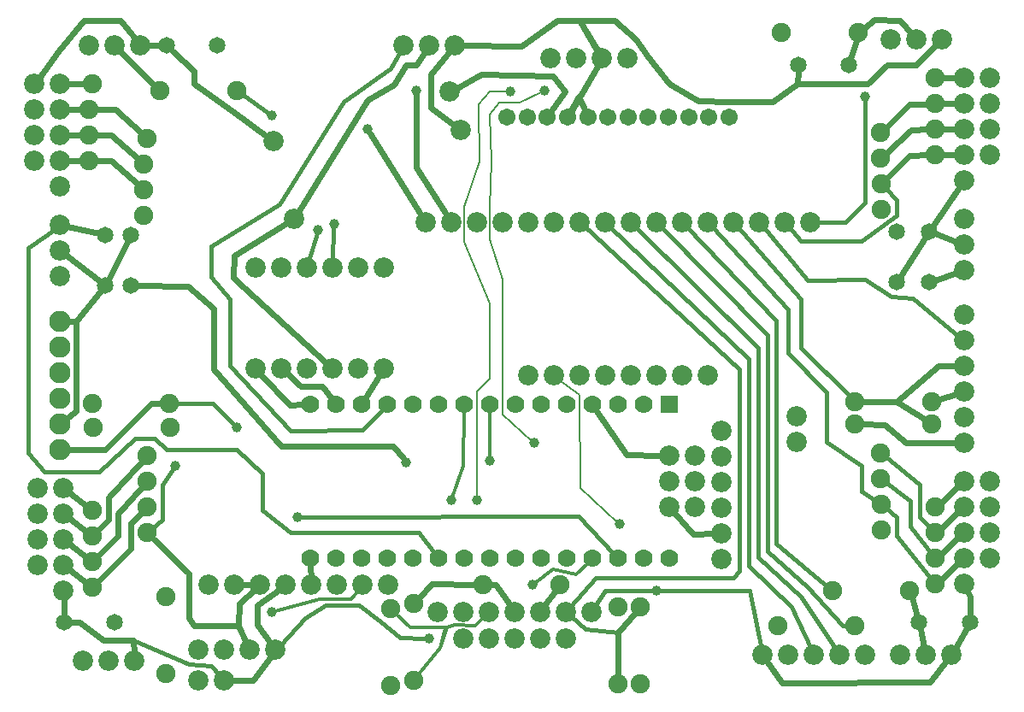
<source format=gbl>
G04 MADE WITH FRITZING*
G04 WWW.FRITZING.ORG*
G04 DOUBLE SIDED*
G04 HOLES PLATED*
G04 CONTOUR ON CENTER OF CONTOUR VECTOR*
%ASAXBY*%
%FSLAX23Y23*%
%MOIN*%
%OFA0B0*%
%SFA1.0B1.0*%
%ADD10C,0.079370*%
%ADD11C,0.039370*%
%ADD12C,0.083307*%
%ADD13C,0.075000*%
%ADD14C,0.065000*%
%ADD15C,0.067559*%
%ADD16C,0.070000*%
%ADD17R,0.070000X0.069972*%
%ADD18C,0.024000*%
%ADD19C,0.016000*%
%ADD20C,0.008000*%
%ADD21C,0.012000*%
%LNCOPPER0*%
G90*
G70*
G54D10*
X954Y1285D03*
X1054Y1285D03*
X1154Y1285D03*
X1254Y1285D03*
X1354Y1285D03*
X1454Y1285D03*
X954Y1680D03*
X1054Y1680D03*
X1154Y1680D03*
X1254Y1680D03*
X1354Y1680D03*
X1454Y1680D03*
G54D11*
X1018Y2271D03*
X1631Y232D03*
X1948Y2364D03*
X2081Y2369D03*
X1260Y1849D03*
X1198Y1825D03*
X880Y1056D03*
X643Y907D03*
X3331Y2344D03*
X1393Y2219D03*
X1581Y2369D03*
X2376Y678D03*
X1118Y707D03*
X2518Y419D03*
X1818Y771D03*
X2035Y442D03*
G54D10*
X2567Y946D03*
X2567Y846D03*
X2567Y746D03*
X2567Y946D03*
X2567Y846D03*
X2567Y746D03*
X2667Y746D03*
X2667Y846D03*
X2667Y946D03*
X772Y442D03*
X872Y442D03*
X972Y442D03*
X1072Y442D03*
X1172Y442D03*
X1272Y442D03*
X1372Y442D03*
X1472Y442D03*
X3064Y1099D03*
X3064Y999D03*
X2773Y1041D03*
X2773Y941D03*
X2773Y841D03*
X2773Y741D03*
X2773Y641D03*
X2773Y541D03*
G54D11*
X1543Y919D03*
X2043Y994D03*
G54D10*
X93Y2394D03*
X93Y2294D03*
X93Y2194D03*
X93Y2094D03*
X106Y819D03*
X106Y719D03*
X106Y619D03*
X106Y519D03*
X1766Y231D03*
X1866Y231D03*
X1966Y231D03*
X2066Y231D03*
X2166Y231D03*
X3818Y844D03*
X3818Y744D03*
X3818Y644D03*
X3818Y544D03*
X3818Y2419D03*
X3818Y2319D03*
X3818Y2219D03*
X3818Y2119D03*
X1756Y2215D03*
X1712Y2364D03*
X1105Y1868D03*
X1024Y2172D03*
X733Y188D03*
X833Y188D03*
X933Y188D03*
X1033Y188D03*
X2106Y2494D03*
X2206Y2494D03*
X2306Y2494D03*
X2406Y2494D03*
X2718Y1258D03*
X2618Y1258D03*
X2518Y1258D03*
X2418Y1258D03*
X2318Y1258D03*
X2218Y1258D03*
X2118Y1258D03*
X2018Y1258D03*
X3118Y1857D03*
X3018Y1857D03*
X2918Y1857D03*
X2818Y1857D03*
X2718Y1857D03*
X2618Y1857D03*
X2518Y1857D03*
X2418Y1857D03*
X2318Y1857D03*
X2218Y1857D03*
X2118Y1857D03*
X2018Y1857D03*
X1918Y1857D03*
X1818Y1857D03*
X1718Y1857D03*
X1618Y1857D03*
X3718Y1494D03*
X3718Y1394D03*
X3718Y1294D03*
X3718Y1194D03*
X3718Y1094D03*
X3718Y994D03*
G54D12*
X193Y1469D03*
X193Y1369D03*
X193Y1269D03*
X193Y1169D03*
X193Y1069D03*
X193Y969D03*
G54D10*
X2931Y169D03*
X3031Y169D03*
X3131Y169D03*
X3231Y169D03*
X3331Y169D03*
X1665Y337D03*
X1765Y337D03*
X1865Y337D03*
X1965Y337D03*
X2065Y337D03*
X2165Y337D03*
X2265Y337D03*
X3718Y844D03*
X3718Y744D03*
X3718Y644D03*
X3718Y544D03*
X3718Y444D03*
X206Y819D03*
X206Y719D03*
X206Y619D03*
X206Y519D03*
X206Y419D03*
X3718Y2419D03*
X3718Y2319D03*
X3718Y2219D03*
X3718Y2119D03*
X3718Y2019D03*
X193Y2394D03*
X193Y2294D03*
X193Y2194D03*
X193Y2094D03*
X193Y1994D03*
X733Y70D03*
X833Y70D03*
X3718Y1869D03*
X3718Y1769D03*
X3718Y1669D03*
X193Y1844D03*
X193Y1744D03*
X193Y1644D03*
X3468Y169D03*
X3568Y169D03*
X3668Y169D03*
X281Y144D03*
X381Y144D03*
X481Y144D03*
X3431Y2569D03*
X3531Y2569D03*
X3631Y2569D03*
X306Y2544D03*
X406Y2544D03*
X506Y2544D03*
X1531Y2544D03*
X1631Y2544D03*
X1731Y2544D03*
G54D13*
X581Y2369D03*
X881Y2369D03*
X3306Y2594D03*
X3006Y2594D03*
X606Y94D03*
X606Y394D03*
X3506Y419D03*
X3206Y419D03*
G54D14*
X3581Y1819D03*
X3581Y1622D03*
X3456Y1819D03*
X3456Y1622D03*
X468Y1807D03*
X468Y1610D03*
X368Y1807D03*
X368Y1610D03*
G54D13*
X3293Y282D03*
X2993Y282D03*
X2456Y357D03*
X2456Y57D03*
X2368Y357D03*
X2368Y57D03*
X3606Y444D03*
X3394Y656D03*
X318Y432D03*
X530Y644D03*
X3606Y2119D03*
X3394Y1907D03*
X306Y2094D03*
X518Y1882D03*
X1843Y442D03*
X2143Y442D03*
X3606Y544D03*
X3394Y756D03*
X318Y532D03*
X530Y744D03*
X3606Y2219D03*
X3394Y2007D03*
X306Y2194D03*
X518Y1982D03*
X3293Y1157D03*
X3593Y1157D03*
X3593Y1069D03*
X3293Y1069D03*
X621Y1056D03*
X321Y1056D03*
X317Y1149D03*
X617Y1149D03*
X1483Y349D03*
X1483Y49D03*
X1570Y368D03*
X1570Y68D03*
X3393Y957D03*
X3605Y745D03*
X3393Y857D03*
X3605Y645D03*
X531Y844D03*
X319Y632D03*
X531Y944D03*
X319Y732D03*
X3393Y2107D03*
X3605Y2319D03*
X3393Y2207D03*
X3605Y2419D03*
X531Y2182D03*
X319Y2394D03*
X518Y2082D03*
X306Y2294D03*
G54D14*
X806Y2544D03*
X609Y2544D03*
X3268Y2469D03*
X3071Y2469D03*
X406Y294D03*
X209Y294D03*
X3543Y294D03*
X3740Y294D03*
G54D15*
X1935Y2265D03*
X2014Y2265D03*
X2092Y2265D03*
X2171Y2265D03*
X2250Y2265D03*
X2329Y2265D03*
X2407Y2265D03*
X2486Y2265D03*
X2565Y2265D03*
X2644Y2265D03*
X2722Y2265D03*
X2801Y2265D03*
G54D16*
X2568Y1144D03*
X2468Y1144D03*
X2368Y1144D03*
X2268Y1144D03*
X2168Y1144D03*
X2068Y1144D03*
X1968Y1144D03*
X1868Y1144D03*
X1768Y1144D03*
X1668Y1144D03*
X1568Y1144D03*
X1468Y1144D03*
X1368Y1144D03*
X1268Y1144D03*
X1168Y1144D03*
X2568Y544D03*
X2468Y544D03*
X2368Y544D03*
X2268Y544D03*
X2168Y544D03*
X2068Y544D03*
X1968Y544D03*
X1868Y544D03*
X1768Y544D03*
X1668Y544D03*
X1568Y544D03*
X1468Y544D03*
X1368Y544D03*
X1268Y544D03*
X1168Y544D03*
G54D11*
X1867Y926D03*
X1719Y771D03*
X1018Y337D03*
G54D17*
X2568Y1144D03*
G54D18*
X429Y2642D02*
X487Y2568D01*
D02*
X286Y2642D02*
X429Y2642D01*
D02*
X188Y2526D02*
X286Y2642D01*
D02*
X111Y2419D02*
X188Y2526D01*
D02*
X3584Y63D02*
X3009Y59D01*
D02*
X3009Y59D02*
X2945Y149D01*
D02*
X3653Y150D02*
X3584Y63D01*
D02*
X2401Y950D02*
X2536Y946D01*
D02*
X2285Y1120D02*
X2401Y950D01*
G54D19*
D02*
X900Y2356D02*
X1007Y2279D01*
D02*
X1259Y1836D02*
X1254Y1705D01*
D02*
X1194Y1812D02*
X1161Y1704D01*
D02*
X593Y832D02*
X590Y696D01*
D02*
X590Y696D02*
X548Y659D01*
D02*
X636Y895D02*
X593Y832D01*
D02*
X789Y1150D02*
X871Y1066D01*
D02*
X640Y1149D02*
X789Y1150D01*
D02*
X3331Y1932D02*
X3331Y2331D01*
D02*
X3256Y1856D02*
X3331Y1932D01*
D02*
X3138Y1857D02*
X3256Y1856D01*
D02*
X3456Y1881D02*
X3456Y1943D01*
D02*
X3456Y1943D02*
X3410Y1990D01*
D02*
X3318Y1781D02*
X3456Y1881D01*
D02*
X3080Y1781D02*
X3318Y1781D01*
D02*
X3031Y1842D02*
X3080Y1781D01*
D02*
X3518Y1559D02*
X3699Y1410D01*
D02*
X3435Y1565D02*
X3518Y1559D01*
D02*
X3331Y1632D02*
X3435Y1565D01*
D02*
X3107Y1630D02*
X3331Y1632D01*
D02*
X2931Y1842D02*
X3107Y1630D01*
D02*
X3318Y907D02*
X3183Y1000D01*
D02*
X3318Y807D02*
X3318Y907D01*
D02*
X3182Y1193D02*
X3033Y1347D01*
D02*
X3033Y1347D02*
X3033Y1515D01*
D02*
X3183Y1000D02*
X3182Y1193D01*
D02*
X3033Y1515D02*
X2735Y1838D01*
D02*
X3375Y769D02*
X3318Y807D01*
D02*
X3131Y479D02*
X3188Y433D01*
D02*
X2984Y603D02*
X3131Y479D01*
D02*
X2984Y1472D02*
X2984Y603D01*
D02*
X2636Y1838D02*
X2984Y1472D01*
D02*
X3082Y1366D02*
X3277Y1173D01*
D02*
X3082Y1557D02*
X3082Y1366D01*
D02*
X2831Y1842D02*
X3082Y1557D01*
D02*
X3107Y432D02*
X3244Y281D01*
D02*
X3244Y281D02*
X3270Y281D01*
D02*
X2953Y572D02*
X3107Y432D01*
D02*
X2953Y1415D02*
X2953Y572D01*
D02*
X2536Y1839D02*
X2953Y1415D01*
D02*
X3080Y394D02*
X2916Y548D01*
D02*
X2916Y548D02*
X2916Y1366D01*
D02*
X2916Y1366D02*
X2436Y1839D01*
D02*
X3220Y185D02*
X3080Y394D01*
D02*
X3044Y356D02*
X3120Y192D01*
D02*
X2877Y516D02*
X3044Y356D01*
D02*
X2879Y1322D02*
X2877Y516D01*
D02*
X2332Y1843D02*
X2879Y1322D01*
D02*
X2843Y1281D02*
X2233Y1844D01*
D02*
X2843Y494D02*
X2843Y1281D01*
D02*
X2817Y468D02*
X2843Y494D01*
D02*
X2280Y468D02*
X2817Y468D01*
D02*
X2182Y356D02*
X2280Y468D01*
G54D20*
D02*
X2221Y820D02*
X2366Y687D01*
D02*
X2219Y1181D02*
X2221Y820D01*
D02*
X2133Y1246D02*
X2219Y1181D01*
G54D18*
D02*
X2184Y2286D02*
X2290Y2468D01*
D02*
X1835Y2433D02*
X1734Y2376D01*
D02*
X2116Y2425D02*
X1835Y2433D01*
D02*
X2160Y2364D02*
X2116Y2425D01*
D02*
X2106Y2285D02*
X2160Y2364D01*
D02*
X1403Y2203D02*
X1602Y1883D01*
D02*
X1582Y2069D02*
X1581Y2350D01*
D02*
X1702Y1883D02*
X1582Y2069D01*
G54D19*
D02*
X1440Y300D02*
X1358Y361D01*
D02*
X1358Y361D02*
X1228Y361D01*
D02*
X1519Y237D02*
X1440Y300D01*
D02*
X1617Y232D02*
X1519Y237D01*
D02*
X1149Y312D02*
X1050Y206D01*
D02*
X1228Y361D02*
X1149Y312D01*
D02*
X2214Y709D02*
X2352Y561D01*
D02*
X1132Y707D02*
X2214Y709D01*
D02*
X2880Y420D02*
X2532Y419D01*
D02*
X2927Y188D02*
X2880Y420D01*
D02*
X2317Y420D02*
X2505Y419D01*
D02*
X2278Y358D02*
X2317Y420D01*
G54D20*
D02*
X1867Y1539D02*
X1768Y1780D01*
D02*
X1868Y1244D02*
X1867Y1539D01*
D02*
X1818Y1032D02*
X1818Y1194D01*
D02*
X1818Y1194D02*
X1868Y1244D01*
D02*
X1768Y1780D02*
X1768Y1916D01*
D02*
X1824Y2314D02*
X1868Y2364D01*
D02*
X1868Y2364D02*
X1935Y2364D01*
D02*
X1829Y2091D02*
X1824Y2314D01*
D02*
X1768Y1916D02*
X1829Y2091D01*
D02*
X1818Y784D02*
X1818Y1032D01*
G54D18*
D02*
X1014Y163D02*
X944Y70D01*
D02*
X944Y70D02*
X864Y70D01*
G54D21*
D02*
X1676Y194D02*
X1696Y273D01*
D02*
X1585Y85D02*
X1676Y194D01*
D02*
X1696Y273D02*
X1701Y274D01*
D02*
X1731Y287D02*
X1811Y281D01*
D02*
X1701Y274D02*
X1731Y287D01*
D02*
X1811Y281D02*
X1847Y318D01*
D02*
X1676Y194D02*
X1700Y275D01*
D02*
X1585Y85D02*
X1676Y194D01*
D02*
X1700Y275D02*
X1558Y274D01*
D02*
X1558Y274D02*
X1499Y333D01*
G54D18*
D02*
X1643Y444D02*
X1814Y442D01*
D02*
X1590Y388D02*
X1643Y444D01*
D02*
X1892Y442D02*
X1947Y362D01*
D02*
X1871Y442D02*
X1892Y442D01*
D02*
X695Y485D02*
X551Y624D01*
D02*
X695Y313D02*
X695Y485D01*
D02*
X714Y281D02*
X695Y313D01*
D02*
X888Y281D02*
X714Y281D01*
D02*
X919Y215D02*
X888Y281D01*
G54D21*
D02*
X2116Y503D02*
X2045Y450D01*
D02*
X2206Y481D02*
X2116Y503D01*
D02*
X2252Y527D02*
X2206Y481D01*
G54D18*
D02*
X2662Y640D02*
X2588Y723D01*
D02*
X2742Y641D02*
X2662Y640D01*
D02*
X3701Y1994D02*
X3595Y1840D01*
G54D19*
D02*
X1593Y644D02*
X1654Y563D01*
D02*
X1093Y644D02*
X1593Y644D01*
D02*
X980Y731D02*
X1093Y644D01*
D02*
X980Y876D02*
X980Y731D01*
D02*
X880Y970D02*
X980Y876D01*
D02*
X607Y970D02*
X880Y970D01*
D02*
X560Y1012D02*
X607Y970D01*
D02*
X484Y1012D02*
X560Y1012D01*
D02*
X344Y881D02*
X484Y1012D01*
D02*
X130Y881D02*
X344Y881D01*
D02*
X68Y957D02*
X130Y881D01*
D02*
X68Y1757D02*
X68Y957D01*
D02*
X178Y1833D02*
X68Y1757D01*
G54D18*
D02*
X2218Y2643D02*
X2290Y2521D01*
D02*
X2437Y2570D02*
X2356Y2642D01*
D02*
X2482Y2505D02*
X2437Y2570D01*
D02*
X2356Y2642D02*
X2218Y2643D01*
D02*
X2804Y2327D02*
X2682Y2330D01*
D02*
X2682Y2330D02*
X2568Y2394D01*
D02*
X2568Y2394D02*
X2482Y2505D01*
D02*
X2971Y2327D02*
X2804Y2327D01*
D02*
X3069Y2394D02*
X2971Y2327D01*
D02*
X3071Y2444D02*
X3069Y2394D01*
D02*
X714Y2394D02*
X714Y2444D01*
D02*
X864Y2290D02*
X714Y2394D01*
D02*
X714Y2444D02*
X627Y2527D01*
D02*
X1004Y2187D02*
X864Y2290D01*
D02*
X1383Y1169D02*
X1438Y1259D01*
D02*
X693Y1607D02*
X493Y1610D01*
D02*
X793Y1518D02*
X693Y1607D01*
D02*
X793Y1281D02*
X793Y1518D01*
D02*
X1056Y981D02*
X793Y1281D01*
D02*
X1493Y982D02*
X1056Y981D01*
D02*
X1531Y934D02*
X1493Y982D01*
G54D19*
D02*
X780Y1643D02*
X782Y1762D01*
D02*
X856Y1557D02*
X780Y1643D01*
D02*
X1049Y1924D02*
X1297Y2327D01*
D02*
X1480Y2456D02*
X1521Y2527D01*
D02*
X1297Y2327D02*
X1480Y2456D01*
D02*
X782Y1762D02*
X1049Y1924D01*
D02*
X856Y1294D02*
X856Y1557D01*
D02*
X1093Y1043D02*
X856Y1294D01*
D02*
X1371Y1044D02*
X1093Y1043D01*
D02*
X1452Y1127D02*
X1371Y1044D01*
G54D20*
D02*
X1918Y1632D02*
X1918Y1194D01*
D02*
X1918Y1194D02*
X1918Y1107D01*
D02*
X1918Y1107D02*
X2033Y1003D01*
D02*
X1868Y1789D02*
X1918Y1632D01*
D02*
X1868Y1916D02*
X1868Y1789D01*
D02*
X1904Y2322D02*
X1868Y2277D01*
D02*
X1868Y2277D02*
X1874Y2091D01*
D02*
X1874Y2091D02*
X1868Y1916D01*
D02*
X1985Y2322D02*
X1904Y2322D01*
D02*
X2069Y2363D02*
X1985Y2322D01*
G54D18*
D02*
X256Y1470D02*
X218Y1470D01*
D02*
X353Y1590D02*
X256Y1470D01*
D02*
X256Y1468D02*
X218Y1469D01*
D02*
X256Y1118D02*
X256Y1468D01*
D02*
X213Y1084D02*
X256Y1118D01*
D02*
X230Y800D02*
X296Y749D01*
D02*
X218Y969D02*
X369Y970D01*
D02*
X547Y1150D02*
X589Y1149D01*
D02*
X369Y970D02*
X547Y1150D01*
D02*
X479Y224D02*
X480Y175D01*
D02*
X268Y294D02*
X360Y224D01*
D02*
X360Y224D02*
X479Y224D01*
D02*
X234Y294D02*
X268Y294D01*
D02*
X207Y388D02*
X208Y319D01*
G54D19*
D02*
X782Y126D02*
X816Y89D01*
D02*
X695Y132D02*
X782Y126D01*
D02*
X479Y224D02*
X695Y132D01*
D02*
X480Y169D02*
X479Y224D01*
G54D18*
D02*
X2126Y419D02*
X2083Y361D01*
G54D19*
D02*
X2367Y131D02*
X2368Y80D01*
D02*
X2369Y257D02*
X2367Y131D01*
D02*
X2243Y270D02*
X2369Y257D01*
D02*
X2184Y320D02*
X2243Y270D01*
G54D18*
D02*
X3562Y199D02*
X3548Y270D01*
D02*
X3514Y392D02*
X3536Y318D01*
D02*
X3728Y273D02*
X3684Y196D01*
D02*
X3407Y1067D02*
X3322Y1069D01*
D02*
X3493Y994D02*
X3407Y1067D01*
D02*
X3688Y994D02*
X3493Y994D01*
D02*
X3456Y1156D02*
X3569Y1084D01*
D02*
X3456Y1157D02*
X3456Y1156D01*
D02*
X3617Y1294D02*
X3456Y1157D01*
D02*
X3688Y1294D02*
X3617Y1294D01*
D02*
X3621Y1165D02*
X3689Y1185D01*
D02*
X3367Y2644D02*
X3328Y2612D01*
D02*
X3469Y2643D02*
X3367Y2644D01*
D02*
X3515Y2588D02*
X3469Y2643D01*
D02*
X3531Y2470D02*
X3613Y2552D01*
D02*
X3418Y2469D02*
X3531Y2470D01*
D02*
X3343Y2394D02*
X3418Y2469D01*
D02*
X3069Y2394D02*
X3343Y2394D01*
D02*
X3071Y2444D02*
X3069Y2394D01*
D02*
X3298Y2567D02*
X3276Y2493D01*
D02*
X1216Y1216D02*
X1251Y1168D01*
D02*
X1130Y1216D02*
X1216Y1216D01*
D02*
X1077Y1265D02*
X1130Y1216D01*
D02*
X1087Y1143D02*
X975Y1263D01*
D02*
X1139Y1144D02*
X1087Y1143D01*
D02*
X869Y1639D02*
X1231Y1306D01*
D02*
X870Y1726D02*
X869Y1639D01*
D02*
X1083Y1855D02*
X870Y1726D01*
D02*
X2218Y2643D02*
X2293Y2516D01*
D02*
X2131Y2643D02*
X2218Y2643D01*
D02*
X1993Y2543D02*
X2131Y2643D01*
D02*
X1756Y2544D02*
X1993Y2543D01*
D02*
X1638Y2433D02*
X1715Y2525D01*
D02*
X1638Y2302D02*
X1638Y2433D01*
D02*
X1731Y2233D02*
X1638Y2302D01*
D02*
X2216Y2345D02*
X2183Y2287D01*
D02*
X2240Y2288D02*
X2216Y2345D01*
D02*
X1494Y2393D02*
X1390Y2333D01*
D02*
X1390Y2333D02*
X1121Y1894D01*
D02*
X1582Y2470D02*
X1542Y2470D01*
D02*
X1542Y2470D02*
X1494Y2393D01*
D02*
X1614Y2518D02*
X1582Y2470D01*
D02*
X3743Y394D02*
X3741Y319D01*
D02*
X3732Y417D02*
X3743Y394D01*
D02*
X3456Y1156D02*
X3322Y1157D01*
D02*
X3569Y1084D02*
X3456Y1156D01*
D02*
X3695Y824D02*
X3627Y763D01*
D02*
X3695Y724D02*
X3627Y663D01*
D02*
X3695Y624D02*
X3627Y563D01*
G54D19*
D02*
X3507Y770D02*
X3412Y843D01*
D02*
X3507Y670D02*
X3507Y770D01*
D02*
X3592Y562D02*
X3507Y670D01*
D02*
X3544Y832D02*
X3411Y942D01*
D02*
X3544Y707D02*
X3544Y832D01*
D02*
X3589Y661D02*
X3544Y707D01*
D02*
X3456Y632D02*
X3591Y462D01*
D02*
X3456Y707D02*
X3456Y632D01*
D02*
X3412Y742D02*
X3456Y707D01*
G54D18*
D02*
X3627Y463D02*
X3695Y524D01*
D02*
X2369Y257D02*
X2437Y335D01*
D02*
X2369Y131D02*
X2369Y257D01*
D02*
X2369Y85D02*
X2369Y131D01*
D02*
X296Y449D02*
X230Y500D01*
D02*
X230Y600D02*
X296Y549D01*
D02*
X380Y694D02*
X380Y781D01*
D02*
X380Y781D02*
X511Y923D01*
D02*
X339Y652D02*
X380Y694D01*
D02*
X418Y632D02*
X418Y719D01*
D02*
X418Y719D02*
X512Y823D01*
D02*
X338Y552D02*
X418Y632D01*
D02*
X469Y581D02*
X339Y452D01*
D02*
X469Y681D02*
X469Y581D01*
D02*
X510Y723D02*
X469Y681D01*
D02*
X230Y700D02*
X296Y649D01*
D02*
X344Y1812D02*
X223Y1838D01*
D02*
X218Y1725D02*
X349Y1625D01*
D02*
X457Y1784D02*
X380Y1632D01*
D02*
X407Y2294D02*
X510Y2201D01*
D02*
X335Y2294D02*
X407Y2294D01*
D02*
X393Y2194D02*
X497Y2101D01*
D02*
X334Y2194D02*
X393Y2194D01*
D02*
X393Y2094D02*
X334Y2094D01*
D02*
X497Y2001D02*
X393Y2094D01*
D02*
X224Y2294D02*
X278Y2294D01*
D02*
X224Y2394D02*
X290Y2394D01*
D02*
X277Y2094D02*
X218Y2094D01*
D02*
X561Y2389D02*
X423Y2527D01*
D02*
X584Y2544D02*
X537Y2544D01*
D02*
X3688Y2419D02*
X3634Y2419D01*
D02*
X3688Y2319D02*
X3634Y2319D01*
D02*
X3688Y2219D02*
X3634Y2219D01*
D02*
X3634Y2119D02*
X3688Y2119D01*
D02*
X3504Y2116D02*
X3577Y2118D01*
D02*
X3414Y2027D02*
X3504Y2116D01*
D02*
X3511Y2214D02*
X3414Y2126D01*
D02*
X3577Y2218D02*
X3511Y2214D01*
D02*
X3504Y2314D02*
X3414Y2227D01*
D02*
X3577Y2317D02*
X3504Y2314D01*
D02*
X3604Y1811D02*
X3689Y1780D01*
D02*
X3604Y1630D02*
X3689Y1659D01*
D02*
X3568Y1798D02*
X3469Y1643D01*
D02*
X218Y2194D02*
X277Y2194D01*
G54D21*
D02*
X1868Y1121D02*
X1867Y939D01*
D02*
X1764Y905D02*
X1768Y1121D01*
D02*
X1723Y783D02*
X1764Y905D01*
G54D18*
D02*
X1169Y515D02*
X1171Y467D01*
D02*
X962Y361D02*
X962Y287D01*
D02*
X962Y287D02*
X1015Y213D01*
D02*
X1052Y427D02*
X962Y361D01*
D02*
X893Y368D02*
X887Y281D01*
D02*
X887Y281D02*
X919Y215D01*
D02*
X954Y425D02*
X893Y368D01*
D02*
X947Y442D02*
X897Y442D01*
G54D21*
D02*
X1357Y422D02*
X1328Y386D01*
D02*
X1204Y386D02*
X1031Y340D01*
D02*
X1328Y386D02*
X1204Y386D01*
G04 End of Copper0*
M02*
</source>
